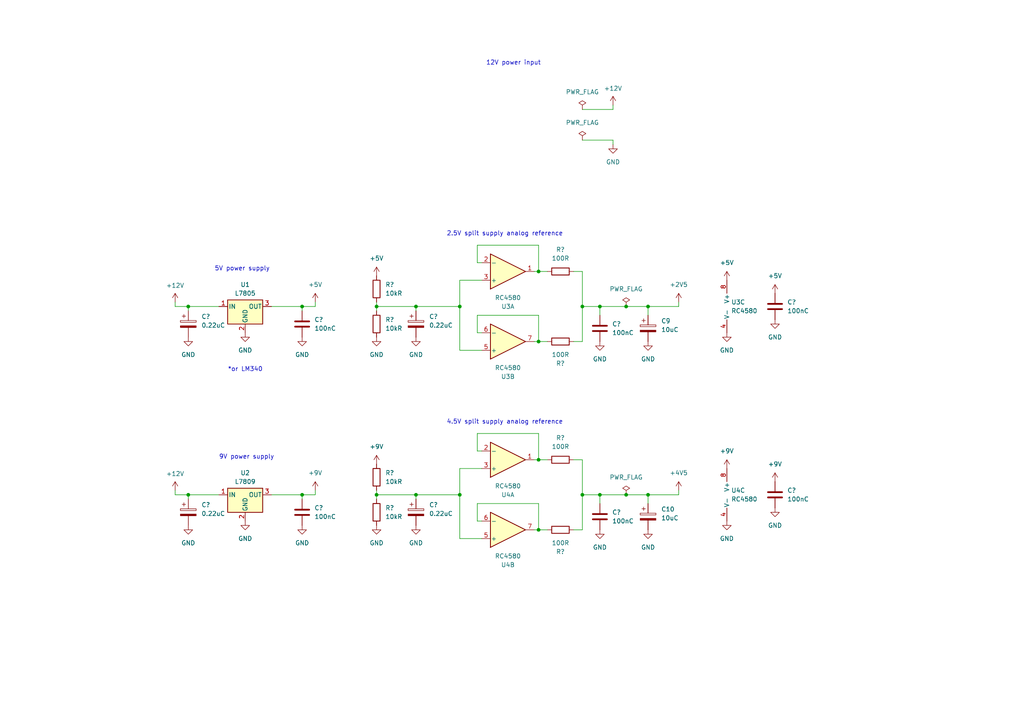
<source format=kicad_sch>
(kicad_sch (version 20230121) (generator eeschema)
  (paper "A4")
  (lib_symbols
    (symbol "Amplifier_Operational:NE5532" (pin_names (offset 0.127))
      (property "Reference" "U" (at 0 5.08 0))
      (property "Value" "NE5532" (at 0 -5.08 0))
      (symbol "NE5532_1_1"
        (polyline (pts (xy -5.08 5.08) (xy 5.08 0) (xy -5.08 -5.08) (xy -5.08 5.08)) (stroke (width 0.254)) (fill (type background)))
        (pin output line (at 7.62 0 180) (length 2.54) (name "~") (number "1"))
        (pin input line (at -7.62 -2.54 0) (length 2.54) (name "-") (number "2"))
        (pin input line (at -7.62 2.54 0) (length 2.54) (name "+") (number "3"))
      )
      (symbol "NE5532_2_1"
        (polyline (pts (xy -5.08 5.08) (xy 5.08 0) (xy -5.08 -5.08) (xy -5.08 5.08)) (stroke (width 0.254)) (fill (type background)))
        (pin input line (at -7.62 2.54 0) (length 2.54) (name "+") (number "5"))
        (pin input line (at -7.62 -2.54 0) (length 2.54) (name "-") (number "6"))
        (pin output line (at 7.62 0 180) (length 2.54) (name "~") (number "7"))
      )
      (symbol "NE5532_3_1"
        (pin power_in line (at -2.54 -7.62 90) (length 3.81) (name "V-") (number "4"))
        (pin power_in line (at -2.54 7.62 270) (length 3.81) (name "V+") (number "8"))
      )
    )
    (symbol "Device:C" (pin_numbers hide) (pin_names (offset 0.254))
      (property "Reference" "C" (at 0.635 2.54 0))
      (property "Value" "C" (at 0.635 -2.54 0))
      (symbol "C_0_1"
        (polyline (pts (xy -2.032 -0.762) (xy 2.032 -0.762)) (stroke (width 0.508)))
        (polyline (pts (xy -2.032 0.762) (xy 2.032 0.762)) (stroke (width 0.508)))
      )
      (symbol "C_1_1"
        (pin passive line (at 0 3.81 270) (length 2.794) (name "~") (number "1"))
        (pin passive line (at 0 -3.81 90) (length 2.794) (name "~") (number "2"))
      )
    )
    (symbol "Device:C_Polarized" (pin_numbers hide) (pin_names (offset 0.254))
      (property "Reference" "C" (at 0.635 2.54 0))
      (property "Value" "C_Polarized" (at 0.635 -2.54 0))
      (symbol "C_Polarized_0_1"
        (rectangle (start -2.286 0.508) (end 2.286 1.016))
        (polyline (pts (xy -1.778 2.286) (xy -0.762 2.286)))
        (polyline (pts (xy -1.27 2.794) (xy -1.27 1.778)))
        (rectangle (start 2.286 -0.508) (end -2.286 -1.016) (fill (type outline)))
      )
      (symbol "C_Polarized_1_1"
        (pin passive line (at 0 3.81 270) (length 2.794) (name "~") (number "1"))
        (pin passive line (at 0 -3.81 90) (length 2.794) (name "~") (number "2"))
      )
    )
    (symbol "Device:R" (pin_numbers hide) (pin_names (offset 0))
      (property "Reference" "R" (at 2.032 0 90))
      (property "Value" "R" (at 0 0 90))
      (symbol "R_0_1"
        (rectangle (start -1.016 -2.54) (end 1.016 2.54) (stroke (width 0.254)))
      )
      (symbol "R_1_1"
        (pin passive line (at 0 3.81 270) (length 1.27) (name "~") (number "1"))
        (pin passive line (at 0 -3.81 90) (length 1.27) (name "~") (number "2"))
      )
    )
    (symbol "Regulator_Linear:L7805" (pin_names (offset 0.254))
      (property "Reference" "U" (at -3.81 3.175 0))
      (property "Value" "L7805" (at 0 3.175 0))
      (symbol "L7805_0_1"
        (rectangle (start -5.08 1.905) (end 5.08 -5.08) (stroke (width 0.254)) (fill (type background)))
      )
      (symbol "L7805_1_1"
        (pin power_in line (at -7.62 0 0) (length 2.54) (name "IN") (number "1"))
        (pin power_in line (at 0 -7.62 90) (length 2.54) (name "GND") (number "2"))
        (pin power_out line (at 7.62 0 180) (length 2.54) (name "OUT") (number "3"))
      )
    )
    (symbol "Regulator_Linear:L7809" (pin_names (offset 0.254))
      (property "Reference" "U" (at -3.81 3.175 0))
      (property "Value" "L7809" (at 0 3.175 0))
      (symbol "L7809_0_1"
        (rectangle (start -5.08 1.905) (end 5.08 -5.08) (stroke (width 0.254)) (fill (type background)))
      )
      (symbol "L7809_1_1"
        (pin power_in line (at -7.62 0 0) (length 2.54) (name "IN") (number "1"))
        (pin power_in line (at 0 -7.62 90) (length 2.54) (name "GND") (number "2"))
        (pin power_out line (at 7.62 0 180) (length 2.54) (name "OUT") (number "3"))
      )
    )
    (symbol "power:+12V" (power) (pin_names (offset 0))
      (property "Value" "+12V" (at 0 3.556 0))
      (symbol "+12V_0_1"
        (polyline (pts (xy -0.762 1.27) (xy 0 2.54)))
        (polyline (pts (xy 0 0) (xy 0 2.54)))
        (polyline (pts (xy 0 2.54) (xy 0.762 1.27)))
      )
      (symbol "+12V_1_1"
        (pin power_in line (at 0 0 90) (length 0) hide (name "+12V") (number "1"))
      )
    )
    (symbol "power:+2V5" (power) (pin_names (offset 0))
      (property "Value" "+2V5" (at 0 3.556 0))
      (symbol "+2V5_0_1"
        (polyline (pts (xy -0.762 1.27) (xy 0 2.54)))
        (polyline (pts (xy 0 0) (xy 0 2.54)))
        (polyline (pts (xy 0 2.54) (xy 0.762 1.27)))
      )
      (symbol "+2V5_1_1"
        (pin power_in line (at 0 0 90) (length 0) hide (name "+2V5") (number "1"))
      )
    )
    (symbol "power:+5V" (power) (pin_names (offset 0))
      (property "Value" "+5V" (at 0 3.556 0))
      (symbol "+5V_0_1"
        (polyline (pts (xy -0.762 1.27) (xy 0 2.54)))
        (polyline (pts (xy 0 0) (xy 0 2.54)))
        (polyline (pts (xy 0 2.54) (xy 0.762 1.27)))
      )
      (symbol "+5V_1_1"
        (pin power_in line (at 0 0 90) (length 0) hide (name "+5V") (number "1"))
      )
    )
    (symbol "power:+9V" (power) (pin_names (offset 0))
      (property "Value" "+9V" (at 0 3.556 0))
      (symbol "+9V_0_1"
        (polyline (pts (xy -0.762 1.27) (xy 0 2.54)))
        (polyline (pts (xy 0 0) (xy 0 2.54)))
        (polyline (pts (xy 0 2.54) (xy 0.762 1.27)))
      )
      (symbol "+9V_1_1"
        (pin power_in line (at 0 0 90) (length 0) hide (name "+9V") (number "1"))
      )
    )
    (symbol "power:GND" (power) (pin_names (offset 0))
      (property "Value" "GND" (at 0 -3.81 0))
      (symbol "GND_0_1"
        (polyline (pts (xy 0 0) (xy 0 -1.27) (xy 1.27 -1.27) (xy 0 -2.54) (xy -1.27 -1.27) (xy 0 -1.27)))
      )
      (symbol "GND_1_1"
        (pin power_in line (at 0 0 270) (length 0) hide (name "GND") (number "1"))
      )
    )
    (symbol "power:PWR_FLAG" (power) (pin_numbers hide) (pin_names (offset 0) hide)
      (property "Value" "PWR_FLAG" (at 0 3.81 0))
      (symbol "PWR_FLAG_0_0"
        (pin power_out line (at 0 0 90) (length 0) (name "pwr") (number "1"))
      )
      (symbol "PWR_FLAG_0_1"
        (polyline (pts (xy 0 0) (xy 0 1.27) (xy -1.016 1.905) (xy 0 2.54) (xy 1.016 1.905) (xy 0 1.27)))
      )
    )
    (symbol "power_custom:+4V5" (power) (pin_names (offset 0))
      (property "Value" "+4V5" (at 0 3.556 0))
      (symbol "+4V5_0_1"
        (polyline (pts (xy -0.762 1.27) (xy 0 2.54)))
        (polyline (pts (xy 0 0) (xy 0 2.54)))
        (polyline (pts (xy 0 2.54) (xy 0.762 1.27)))
      )
      (symbol "+4V5_1_1"
        (pin power_in line (at 0 0 90) (length 0) hide (name "+4V5") (number "1"))
      )
    )
  )
  (junction (at 156.21 99.06))
  (junction (at 156.21 133.35))
  (junction (at 133.35 143.51))
  (junction (at 173.99 88.9))
  (junction (at 187.96 88.9))
  (junction (at 109.22 88.9))
  (junction (at 87.63 143.51))
  (junction (at 156.21 153.67))
  (junction (at 120.65 88.9))
  (junction (at 54.61 88.9))
  (junction (at 168.91 143.51))
  (junction (at 168.91 88.9))
  (junction (at 87.63 88.9))
  (junction (at 181.61 143.51))
  (junction (at 54.61 143.51))
  (junction (at 133.35 88.9))
  (junction (at 173.99 143.51))
  (junction (at 109.22 143.51))
  (junction (at 156.21 78.74))
  (junction (at 187.96 143.51))
  (junction (at 181.61 88.9))
  (junction (at 120.65 143.51))
  (wire (pts (xy 166.37 133.35) (xy 168.91 133.35)))
  (wire (pts (xy 173.99 146.05) (xy 173.99 143.51)))
  (wire (pts (xy 168.91 153.67) (xy 166.37 153.67)))
  (wire (pts (xy 156.21 133.35) (xy 158.75 133.35)))
  (wire (pts (xy 138.43 71.12) (xy 156.21 71.12)))
  (wire (pts (xy 133.35 88.9) (xy 133.35 81.28)))
  (wire (pts (xy 196.85 87.63) (xy 196.85 88.9)))
  (wire (pts (xy 109.22 143.51) (xy 120.65 143.51)))
  (wire (pts (xy 168.91 88.9) (xy 173.99 88.9)))
  (wire (pts (xy 173.99 88.9) (xy 181.61 88.9)))
  (wire (pts (xy 50.8 143.51) (xy 54.61 143.51)))
  (wire (pts (xy 139.7 156.21) (xy 133.35 156.21)))
  (wire (pts (xy 139.7 96.52) (xy 138.43 96.52)))
  (wire (pts (xy 138.43 125.73) (xy 156.21 125.73)))
  (wire (pts (xy 78.74 88.9) (xy 87.63 88.9)))
  (wire (pts (xy 177.8 40.64) (xy 168.91 40.64)))
  (wire (pts (xy 54.61 143.51) (xy 54.61 144.78)))
  (wire (pts (xy 154.94 99.06) (xy 156.21 99.06)))
  (wire (pts (xy 133.35 135.89) (xy 139.7 135.89)))
  (wire (pts (xy 139.7 101.6) (xy 133.35 101.6)))
  (wire (pts (xy 181.61 143.51) (xy 187.96 143.51)))
  (wire (pts (xy 139.7 130.81) (xy 138.43 130.81)))
  (wire (pts (xy 156.21 153.67) (xy 158.75 153.67)))
  (wire (pts (xy 168.91 133.35) (xy 168.91 143.51)))
  (wire (pts (xy 109.22 144.78) (xy 109.22 143.51)))
  (wire (pts (xy 138.43 76.2) (xy 138.43 71.12)))
  (wire (pts (xy 138.43 91.44) (xy 156.21 91.44)))
  (wire (pts (xy 156.21 146.05) (xy 156.21 153.67)))
  (wire (pts (xy 168.91 143.51) (xy 168.91 153.67)))
  (wire (pts (xy 187.96 146.05) (xy 187.96 143.51)))
  (wire (pts (xy 133.35 143.51) (xy 133.35 135.89)))
  (wire (pts (xy 177.8 41.91) (xy 177.8 40.64)))
  (wire (pts (xy 168.91 78.74) (xy 168.91 88.9)))
  (wire (pts (xy 156.21 78.74) (xy 154.94 78.74)))
  (wire (pts (xy 187.96 91.44) (xy 187.96 88.9)))
  (wire (pts (xy 156.21 91.44) (xy 156.21 99.06)))
  (wire (pts (xy 54.61 88.9) (xy 63.5 88.9)))
  (wire (pts (xy 50.8 88.9) (xy 54.61 88.9)))
  (wire (pts (xy 187.96 88.9) (xy 196.85 88.9)))
  (wire (pts (xy 54.61 143.51) (xy 63.5 143.51)))
  (wire (pts (xy 50.8 142.24) (xy 50.8 143.51)))
  (wire (pts (xy 120.65 88.9) (xy 133.35 88.9)))
  (wire (pts (xy 120.65 144.78) (xy 120.65 143.51)))
  (wire (pts (xy 87.63 143.51) (xy 87.63 144.78)))
  (wire (pts (xy 91.44 142.24) (xy 91.44 143.51)))
  (wire (pts (xy 173.99 91.44) (xy 173.99 88.9)))
  (wire (pts (xy 168.91 143.51) (xy 173.99 143.51)))
  (wire (pts (xy 177.8 30.48) (xy 177.8 31.75)))
  (wire (pts (xy 54.61 88.9) (xy 54.61 90.17)))
  (wire (pts (xy 156.21 133.35) (xy 154.94 133.35)))
  (wire (pts (xy 138.43 146.05) (xy 156.21 146.05)))
  (wire (pts (xy 156.21 99.06) (xy 158.75 99.06)))
  (wire (pts (xy 50.8 87.63) (xy 50.8 88.9)))
  (wire (pts (xy 109.22 88.9) (xy 120.65 88.9)))
  (wire (pts (xy 91.44 87.63) (xy 91.44 88.9)))
  (wire (pts (xy 156.21 71.12) (xy 156.21 78.74)))
  (wire (pts (xy 133.35 88.9) (xy 133.35 101.6)))
  (wire (pts (xy 168.91 88.9) (xy 168.91 99.06)))
  (wire (pts (xy 91.44 88.9) (xy 87.63 88.9)))
  (wire (pts (xy 166.37 78.74) (xy 168.91 78.74)))
  (wire (pts (xy 133.35 143.51) (xy 133.35 156.21)))
  (wire (pts (xy 120.65 143.51) (xy 133.35 143.51)))
  (wire (pts (xy 139.7 151.13) (xy 138.43 151.13)))
  (wire (pts (xy 139.7 76.2) (xy 138.43 76.2)))
  (wire (pts (xy 78.74 143.51) (xy 87.63 143.51)))
  (wire (pts (xy 109.22 87.63) (xy 109.22 88.9)))
  (wire (pts (xy 91.44 143.51) (xy 87.63 143.51)))
  (wire (pts (xy 109.22 142.24) (xy 109.22 143.51)))
  (wire (pts (xy 168.91 31.75) (xy 177.8 31.75)))
  (wire (pts (xy 187.96 143.51) (xy 196.85 143.51)))
  (wire (pts (xy 87.63 88.9) (xy 87.63 90.17)))
  (wire (pts (xy 181.61 88.9) (xy 187.96 88.9)))
  (wire (pts (xy 196.85 143.51) (xy 196.85 142.24)))
  (wire (pts (xy 120.65 90.17) (xy 120.65 88.9)))
  (wire (pts (xy 156.21 125.73) (xy 156.21 133.35)))
  (wire (pts (xy 138.43 96.52) (xy 138.43 91.44)))
  (wire (pts (xy 138.43 151.13) (xy 138.43 146.05)))
  (wire (pts (xy 173.99 143.51) (xy 181.61 143.51)))
  (wire (pts (xy 133.35 81.28) (xy 139.7 81.28)))
  (wire (pts (xy 154.94 153.67) (xy 156.21 153.67)))
  (wire (pts (xy 138.43 130.81) (xy 138.43 125.73)))
  (wire (pts (xy 109.22 90.17) (xy 109.22 88.9)))
  (wire (pts (xy 156.21 78.74) (xy 158.75 78.74)))
  (wire (pts (xy 168.91 99.06) (xy 166.37 99.06)))
  (text "*or LM340" (at 66.04 107.95 0) (effects (font (size 1.27 1.27)) (justify left bottom)))
  (text "9V power supply" (at 63.5 133.35 0) (effects (font (size 1.27 1.27)) (justify left bottom)))
  (text "12V power input" (at 140.97 19.05 0) (effects (font (size 1.27 1.27)) (justify left bottom)))
  (text "5V power supply" (at 62.23 78.74 0) (effects (font (size 1.27 1.27)) (justify left bottom)))
  (text "2.5V split supply analog reference" (at 129.54 68.58 0) (effects (font (size 1.27 1.27)) (justify left bottom)))
  (text "4.5V split supply analog reference" (at 129.54 123.19 0) (effects (font (size 1.27 1.27)) (justify left bottom)))
  (symbol (lib_id "Amplifier_Operational:NE5532") (at 147.32 153.67 0) (mirror x) (unit 2)
    (property "Reference" "U4" (at 147.32 163.83 0))
    (property "Value" "RC4580" (at 147.32 161.29 0))
    (property "Footprint" "Package_SO:SOIC-8_3.9x4.9mm_P1.27mm" (effects hide))
    (property "Datasheet" "https://datasheet.lcsc.com/lcsc/2304140030_Texas-Instruments-RC4580IDR_C80100.pdf" (effects hide))
    (property "MPN" "RC4580IDR" (effects hide))
    (property "Status" "OK" (effects hide))
  )
  (symbol (lib_id "power:PWR_FLAG") (at 181.61 88.9 0) (unit 1)
    (property "Reference" "#FLG03" (effects hide))
    (property "Value" "PWR_FLAG" (at 181.61 83.82 0))
  )
  (symbol (lib_id "power:+12V") (at 50.8 87.63 0) (unit 1)
    (property "Reference" "#PWR083" (effects hide))
    (property "Value" "+12V" (at 50.8 82.804 0))
  )
  (symbol (lib_id "power:PWR_FLAG") (at 168.91 40.64 0) (unit 1)
    (property "Reference" "#FLG02" (effects hide))
    (property "Value" "PWR_FLAG" (at 168.91 35.56 0))
  )
  (symbol (lib_id "Device:C") (at 87.63 148.59 0) (unit 1)
    (property "Reference" "C?" (at 91.186 147.32 0) (effects (justify left)))
    (property "Value" "100nC" (at 91.186 149.86 0) (effects (justify left)))
    (property "Footprint" "Capacitor_SMD:C_0603_1608Metric" (effects hide))
    (instances (project "SCART_switcher_input" (path "" (reference "C?") (unit 1)) (path "" (reference "C?") (unit 1)) (path "" (reference "C?") (unit 1)) (path "" (reference "C4") (unit 1))))
  )
  (symbol (lib_id "power:+5V") (at 91.44 87.63 0) (unit 1)
    (property "Reference" "#PWR?" (effects hide))
    (property "Value" "+5V" (at 91.44 82.55 0))
    (instances (project "SCART_switcher_input" (path "" (reference "#PWR?") (unit 1)) (path "" (reference "#PWR?") (unit 1)) (path "" (reference "#PWR?") (unit 1)) (path "" (reference "#PWR091") (unit 1))))
  )
  (symbol (lib_id "power:+12V") (at 50.8 142.24 0) (unit 1)
    (property "Reference" "#PWR084" (effects hide))
    (property "Value" "+12V" (at 50.8 137.414 0))
  )
  (symbol (lib_id "Amplifier_Operational:NE5532") (at 147.32 78.74 0) (mirror x) (unit 1)
    (property "Reference" "U3" (at 147.32 88.9 0))
    (property "Value" "RC4580" (at 147.32 86.36 0))
    (property "Footprint" "Package_SO:SOIC-8_3.9x4.9mm_P1.27mm" (effects hide))
    (property "Datasheet" "https://datasheet.lcsc.com/lcsc/2304140030_Texas-Instruments-RC4580IDR_C80100.pdf" (effects hide))
    (property "MPN" "RC4580IDR" (effects hide))
    (property "Status" "OK" (effects hide))
  )
  (symbol (lib_id "power:GND") (at 210.82 96.52 0) (unit 1)
    (property "Reference" "#PWR?" (effects hide))
    (property "Value" "GND" (at 210.82 101.6 0))
    (instances (project "SCART_switcher_input" (path "" (reference "#PWR?") (unit 1)) (path "" (reference "#PWR?") (unit 1)) (path "" (reference "#PWR?") (unit 1)) (path "" (reference "#PWR0108") (unit 1))))
  )
  (symbol (lib_id "power:GND") (at 120.65 152.4 0) (unit 1)
    (property "Reference" "#PWR?" (effects hide))
    (property "Value" "GND" (at 120.65 157.48 0))
    (instances (project "SCART_switcher_input" (path "" (reference "#PWR?") (unit 1)) (path "" (reference "#PWR?") (unit 1)) (path "" (reference "#PWR?") (unit 1)) (path "" (reference "#PWR098") (unit 1))))
  )
  (symbol (lib_id "Device:R") (at 109.22 148.59 0) (unit 1)
    (property "Reference" "R?" (at 111.76 147.32 0) (effects (justify left)))
    (property "Value" "10kR" (at 111.76 149.86 0) (effects (justify left)))
    (property "Footprint" "Resistor_SMD:R_0805_2012Metric" (effects hide))
    (property "Datasheet" "https://datasheet.lcsc.com/lcsc/1810201611_YAGEO-RC0805FR-0710KL_C84376.pdf" (effects hide))
    (property "MPN" "RC0805FR-0710KL" (effects hide))
    (instances (project "SCART_switcher_input" (path "" (reference "R?") (unit 1)) (path "" (reference "R?") (unit 1)) (path "" (reference "R?") (unit 1)) (path "" (reference "R?") (unit 1)) (path "" (reference "R?") (unit 1)) (path "" (reference "R?") (unit 1)) (path "" (reference "R55") (unit 1))))
  )
  (symbol (lib_id "power:GND") (at 109.22 152.4 0) (unit 1)
    (property "Reference" "#PWR?" (effects hide))
    (property "Value" "GND" (at 109.22 157.48 0))
    (instances (project "SCART_switcher_input" (path "" (reference "#PWR?") (unit 1)) (path "" (reference "#PWR?") (unit 1)) (path "" (reference "#PWR?") (unit 1)) (path "" (reference "#PWR096") (unit 1))))
  )
  (symbol (lib_id "power:GND") (at 54.61 152.4 0) (unit 1)
    (property "Reference" "#PWR?" (effects hide))
    (property "Value" "GND" (at 54.61 157.48 0))
    (instances (project "SCART_switcher_input" (path "" (reference "#PWR?") (unit 1)) (path "" (reference "#PWR?") (unit 1)) (path "" (reference "#PWR?") (unit 1)) (path "" (reference "#PWR086") (unit 1))))
  )
  (symbol (lib_id "power:GND") (at 54.61 97.79 0) (unit 1)
    (property "Reference" "#PWR?" (effects hide))
    (property "Value" "GND" (at 54.61 102.87 0))
    (instances (project "SCART_switcher_input" (path "" (reference "#PWR?") (unit 1)) (path "" (reference "#PWR?") (unit 1)) (path "" (reference "#PWR?") (unit 1)) (path "" (reference "#PWR085") (unit 1))))
  )
  (symbol (lib_id "Device:R") (at 162.56 153.67 90) (mirror x) (unit 1)
    (property "Reference" "R?" (at 162.56 160.02 90))
    (property "Value" "100R" (at 162.56 157.48 90))
    (property "Footprint" "Resistor_SMD:R_0805_2012Metric" (effects hide))
    (instances (project "SCART_switcher_input" (path "" (reference "R?") (unit 1)) (path "" (reference "R?") (unit 1)) (path "" (reference "R?") (unit 1)) (path "" (reference "R?") (unit 1)) (path "" (reference "R?") (unit 1)) (path "" (reference "R?") (unit 1)) (path "" (reference "R59") (unit 1))))
  )
  (symbol (lib_id "power:PWR_FLAG") (at 181.61 143.51 0) (unit 1)
    (property "Reference" "#FLG04" (effects hide))
    (property "Value" "PWR_FLAG" (at 181.61 138.43 0))
  )
  (symbol (lib_id "Device:C") (at 87.63 93.98 0) (unit 1)
    (property "Reference" "C?" (at 91.186 92.71 0) (effects (justify left)))
    (property "Value" "100nC" (at 91.186 95.25 0) (effects (justify left)))
    (property "Footprint" "Capacitor_SMD:C_0603_1608Metric" (effects hide))
    (instances (project "SCART_switcher_input" (path "" (reference "C?") (unit 1)) (path "" (reference "C?") (unit 1)) (path "" (reference "C?") (unit 1)) (path "" (reference "C3") (unit 1))))
  )
  (symbol (lib_id "power:GND") (at 187.96 99.06 0) (unit 1)
    (property "Reference" "#PWR?" (effects hide))
    (property "Value" "GND" (at 187.96 104.14 0))
    (instances (project "SCART_switcher_input" (path "" (reference "#PWR?") (unit 1)) (path "" (reference "#PWR?") (unit 1)) (path "" (reference "#PWR?") (unit 1)) (path "" (reference "#PWR0103") (unit 1))))
  )
  (symbol (lib_id "power:GND") (at 120.65 97.79 0) (unit 1)
    (property "Reference" "#PWR?" (effects hide))
    (property "Value" "GND" (at 120.65 102.87 0))
    (instances (project "SCART_switcher_input" (path "" (reference "#PWR?") (unit 1)) (path "" (reference "#PWR?") (unit 1)) (path "" (reference "#PWR?") (unit 1)) (path "" (reference "#PWR097") (unit 1))))
  )
  (symbol (lib_id "power:+9V") (at 109.22 134.62 0) (unit 1)
    (property "Reference" "#PWR095" (effects hide))
    (property "Value" "+9V" (at 109.22 129.54 0))
  )
  (symbol (lib_id "Device:R") (at 109.22 83.82 0) (unit 1)
    (property "Reference" "R?" (at 111.76 82.55 0) (effects (justify left)))
    (property "Value" "10kR" (at 111.76 85.09 0) (effects (justify left)))
    (property "Footprint" "Resistor_SMD:R_0805_2012Metric" (effects hide))
    (property "Datasheet" "https://datasheet.lcsc.com/lcsc/1810201611_YAGEO-RC0805FR-0710KL_C84376.pdf" (effects hide))
    (property "MPN" "RC0805FR-0710KL" (effects hide))
    (instances (project "SCART_switcher_input" (path "" (reference "R?") (unit 1)) (path "" (reference "R?") (unit 1)) (path "" (reference "R?") (unit 1)) (path "" (reference "R?") (unit 1)) (path "" (reference "R?") (unit 1)) (path "" (reference "R?") (unit 1)) (path "" (reference "R52") (unit 1))))
  )
  (symbol (lib_id "power:+5V") (at 224.79 85.09 0) (unit 1)
    (property "Reference" "#PWR?" (effects hide))
    (property "Value" "+5V" (at 224.79 80.01 0))
    (instances (project "SCART_switcher_input" (path "" (reference "#PWR?") (unit 1)) (path "" (reference "#PWR?") (unit 1)) (path "" (reference "#PWR?") (unit 1)) (path "" (reference "#PWR0111") (unit 1))))
  )
  (symbol (lib_id "Amplifier_Operational:NE5532") (at 213.36 88.9 0) (unit 3)
    (property "Reference" "U3" (at 212.09 87.63 0) (effects (justify left)))
    (property "Value" "RC4580" (at 212.09 90.17 0) (effects (justify left)))
    (property "Footprint" "Package_SO:SOIC-8_3.9x4.9mm_P1.27mm" (effects hide))
    (property "Datasheet" "https://datasheet.lcsc.com/lcsc/2304140030_Texas-Instruments-RC4580IDR_C80100.pdf" (effects hide))
    (property "MPN" "RC4580IDR" (effects hide))
    (property "Status" "OK" (effects hide))
  )
  (symbol (lib_id "Device:C_Polarized") (at 54.61 93.98 0) (unit 1)
    (property "Reference" "C?" (at 58.42 91.8209 0) (effects (justify left)))
    (property "Value" "0.22uC" (at 58.42 94.3609 0) (effects (justify left)))
    (property "Footprint" "Capacitor_Tantalum_SMD:CP_EIA-3216-18_Kemet-A_Pad1.58x1.35mm_HandSolder" (effects hide))
    (property "Datasheet" "https://datasheet.lcsc.com/lcsc/1811071215_AVX-TAJA334K035RNJ_C8014.pdf" (effects hide))
    (property "MPN" "TAJA334K035RNJ" (effects hide))
    (instances (project "PowerDeliveryBoard" (path "" (reference "C?") (unit 1))) (project "SCART_switcher_input" (path "" (reference "C1") (unit 1))))
  )
  (symbol (lib_id "Device:C") (at 224.79 143.51 0) (unit 1)
    (property "Reference" "C?" (at 228.346 142.24 0) (effects (justify left)))
    (property "Value" "100nC" (at 228.346 144.78 0) (effects (justify left)))
    (property "Footprint" "Capacitor_SMD:C_0603_1608Metric" (effects hide))
    (instances (project "SCART_switcher_input" (path "" (reference "C?") (unit 1)) (path "" (reference "C?") (unit 1)) (path "" (reference "C?") (unit 1)) (path "" (reference "C12") (unit 1))))
  )
  (symbol (lib_id "power_custom:+4V5") (at 196.85 142.24 0) (unit 1)
    (property "Reference" "#PWR0106" (effects hide))
    (property "Value" "+4V5" (at 196.85 137.16 0))
  )
  (symbol (lib_id "power:+9V") (at 91.44 142.24 0) (unit 1)
    (property "Reference" "#PWR092" (effects hide))
    (property "Value" "+9V" (at 91.44 137.16 0))
  )
  (symbol (lib_id "power:GND") (at 87.63 97.79 0) (unit 1)
    (property "Reference" "#PWR?" (effects hide))
    (property "Value" "GND" (at 87.63 102.87 0))
    (instances (project "SCART_switcher_input" (path "" (reference "#PWR?") (unit 1)) (path "" (reference "#PWR?") (unit 1)) (path "" (reference "#PWR?") (unit 1)) (path "" (reference "#PWR089") (unit 1))))
  )
  (symbol (lib_id "power:+5V") (at 210.82 81.28 0) (unit 1)
    (property "Reference" "#PWR?" (effects hide))
    (property "Value" "+5V" (at 210.82 76.2 0))
    (instances (project "SCART_switcher_input" (path "" (reference "#PWR?") (unit 1)) (path "" (reference "#PWR?") (unit 1)) (path "" (reference "#PWR?") (unit 1)) (path "" (reference "#PWR0107") (unit 1))))
  )
  (symbol (lib_id "power:GND") (at 187.96 153.67 0) (unit 1)
    (property "Reference" "#PWR?" (effects hide))
    (property "Value" "GND" (at 187.96 158.75 0))
    (instances (project "SCART_switcher_input" (path "" (reference "#PWR?") (unit 1)) (path "" (reference "#PWR?") (unit 1)) (path "" (reference "#PWR?") (unit 1)) (path "" (reference "#PWR0104") (unit 1))))
  )
  (symbol (lib_id "power:+5V") (at 109.22 80.01 0) (unit 1)
    (property "Reference" "#PWR?" (effects hide))
    (property "Value" "+5V" (at 109.22 74.93 0))
    (instances (project "SCART_switcher_input" (path "" (reference "#PWR?") (unit 1)) (path "" (reference "#PWR?") (unit 1)) (path "" (reference "#PWR?") (unit 1)) (path "" (reference "#PWR093") (unit 1))))
  )
  (symbol (lib_id "power:GND") (at 71.12 151.13 0) (unit 1)
    (property "Reference" "#PWR?" (effects hide))
    (property "Value" "GND" (at 71.12 156.21 0))
    (instances (project "SCART_switcher_input" (path "" (reference "#PWR?") (unit 1)) (path "" (reference "#PWR?") (unit 1)) (path "" (reference "#PWR?") (unit 1)) (path "" (reference "#PWR088") (unit 1))))
  )
  (symbol (lib_id "Amplifier_Operational:NE5532") (at 147.32 133.35 0) (mirror x) (unit 1)
    (property "Reference" "U4" (at 147.32 143.51 0))
    (property "Value" "RC4580" (at 147.32 140.97 0))
    (property "Footprint" "Package_SO:SOIC-8_3.9x4.9mm_P1.27mm" (effects hide))
    (property "Datasheet" "https://datasheet.lcsc.com/lcsc/2304140030_Texas-Instruments-RC4580IDR_C80100.pdf" (effects hide))
    (property "MPN" "RC4580IDR" (effects hide))
    (property "Status" "OK" (effects hide))
  )
  (symbol (lib_id "power:PWR_FLAG") (at 168.91 31.75 0) (unit 1)
    (property "Reference" "#FLG01" (effects hide))
    (property "Value" "PWR_FLAG" (at 168.91 26.67 0))
  )
  (symbol (lib_id "Device:R") (at 162.56 133.35 90) (unit 1)
    (property "Reference" "R?" (at 162.56 127 90))
    (property "Value" "100R" (at 162.56 129.54 90))
    (property "Footprint" "Resistor_SMD:R_0805_2012Metric" (effects hide))
    (instances (project "SCART_switcher_input" (path "" (reference "R?") (unit 1)) (path "" (reference "R?") (unit 1)) (path "" (reference "R?") (unit 1)) (path "" (reference "R?") (unit 1)) (path "" (reference "R?") (unit 1)) (path "" (reference "R?") (unit 1)) (path "" (reference "R58") (unit 1))))
  )
  (symbol (lib_id "power:GND") (at 173.99 153.67 0) (unit 1)
    (property "Reference" "#PWR?" (effects hide))
    (property "Value" "GND" (at 173.99 158.75 0))
    (instances (project "SCART_switcher_input" (path "" (reference "#PWR?") (unit 1)) (path "" (reference "#PWR?") (unit 1)) (path "" (reference "#PWR?") (unit 1)) (path "" (reference "#PWR0100") (unit 1))))
  )
  (symbol (lib_id "Device:C_Polarized") (at 187.96 149.86 0) (unit 1)
    (property "Reference" "C10" (at 191.77 147.701 0) (effects (justify left)))
    (property "Value" "10uC" (at 191.77 150.241 0) (effects (justify left)))
    (property "Footprint" "Capacitor_SMD:CP_Elec_6.3x5.4" (effects hide))
    (property "Datasheet" "https://datasheet.lcsc.com/lcsc/2304140030_Nichicon-UWX1H100MCL1GB_C134237.pdf" (effects hide))
    (property "MPN" "UWX1H100MCL1GB" (effects hide))
    (property "Status" "OK" (effects hide))
  )
  (symbol (lib_id "power:GND") (at 173.99 99.06 0) (unit 1)
    (property "Reference" "#PWR?" (effects hide))
    (property "Value" "GND" (at 173.99 104.14 0))
    (instances (project "SCART_switcher_input" (path "" (reference "#PWR?") (unit 1)) (path "" (reference "#PWR?") (unit 1)) (path "" (reference "#PWR?") (unit 1)) (path "" (reference "#PWR099") (unit 1))))
  )
  (symbol (lib_id "power:+9V") (at 210.82 135.89 0) (unit 1)
    (property "Reference" "#PWR0109" (effects hide))
    (property "Value" "+9V" (at 210.82 130.81 0))
  )
  (symbol (lib_id "Device:R") (at 109.22 93.98 0) (unit 1)
    (property "Reference" "R?" (at 111.76 92.71 0) (effects (justify left)))
    (property "Value" "10kR" (at 111.76 95.25 0) (effects (justify left)))
    (property "Footprint" "Resistor_SMD:R_0805_2012Metric" (effects hide))
    (property "Datasheet" "https://datasheet.lcsc.com/lcsc/1810201611_YAGEO-RC0805FR-0710KL_C84376.pdf" (effects hide))
    (property "MPN" "RC0805FR-0710KL" (effects hide))
    (instances (project "SCART_switcher_input" (path "" (reference "R?") (unit 1)) (path "" (reference "R?") (unit 1)) (path "" (reference "R?") (unit 1)) (path "" (reference "R?") (unit 1)) (path "" (reference "R?") (unit 1)) (path "" (reference "R?") (unit 1)) (path "" (reference "R53") (unit 1))))
  )
  (symbol (lib_id "power:GND") (at 177.8 41.91 0) (unit 1)
    (property "Reference" "#PWR?" (effects hide))
    (property "Value" "GND" (at 177.8 46.99 0))
    (instances (project "SCART_switcher_input" (path "" (reference "#PWR?") (unit 1)) (path "" (reference "#PWR?") (unit 1)) (path "" (reference "#PWR?") (unit 1)) (path "" (reference "#PWR0102") (unit 1))))
  )
  (symbol (lib_id "Device:C") (at 173.99 149.86 0) (unit 1)
    (property "Reference" "C?" (at 177.546 148.59 0) (effects (justify left)))
    (property "Value" "100nC" (at 177.546 151.13 0) (effects (justify left)))
    (property "Footprint" "Capacitor_SMD:C_0603_1608Metric" (effects hide))
    (instances (project "SCART_switcher_input" (path "" (reference "C?") (unit 1)) (path "" (reference "C?") (unit 1)) (path "" (reference "C?") (unit 1)) (path "" (reference "C8") (unit 1))))
  )
  (symbol (lib_id "Amplifier_Operational:NE5532") (at 147.32 99.06 0) (mirror x) (unit 2)
    (property "Reference" "U3" (at 147.32 109.22 0))
    (property "Value" "RC4580" (at 147.32 106.68 0))
    (property "Footprint" "Package_SO:SOIC-8_3.9x4.9mm_P1.27mm" (effects hide))
    (property "Datasheet" "https://datasheet.lcsc.com/lcsc/2304140030_Texas-Instruments-RC4580IDR_C80100.pdf" (effects hide))
    (property "MPN" "RC4580IDR" (effects hide))
    (property "Status" "OK" (effects hide))
  )
  (symbol (lib_id "power:GND") (at 224.79 147.32 0) (unit 1)
    (property "Reference" "#PWR?" (effects hide))
    (property "Value" "GND" (at 224.79 152.4 0))
    (instances (project "SCART_switcher_input" (path "" (reference "#PWR?") (unit 1)) (path "" (reference "#PWR?") (unit 1)) (path "" (reference "#PWR?") (unit 1)) (path "" (reference "#PWR0114") (unit 1))))
  )
  (symbol (lib_id "Device:C_Polarized") (at 187.96 95.25 0) (unit 1)
    (property "Reference" "C9" (at 191.77 93.091 0) (effects (justify left)))
    (property "Value" "10uC" (at 191.77 95.631 0) (effects (justify left)))
    (property "Footprint" "Capacitor_SMD:CP_Elec_6.3x5.4" (effects hide))
    (property "Datasheet" "https://datasheet.lcsc.com/lcsc/2304140030_Nichicon-UWX1H100MCL1GB_C134237.pdf" (effects hide))
    (property "MPN" "UWX1H100MCL1GB" (effects hide))
    (property "Status" "OK" (effects hide))
  )
  (symbol (lib_id "Device:R") (at 162.56 78.74 90) (unit 1)
    (property "Reference" "R?" (at 162.56 72.39 90))
    (property "Value" "100R" (at 162.56 74.93 90))
    (property "Footprint" "Resistor_SMD:R_0805_2012Metric" (effects hide))
    (instances (project "SCART_switcher_input" (path "" (reference "R?") (unit 1)) (path "" (reference "R?") (unit 1)) (path "" (reference "R?") (unit 1)) (path "" (reference "R?") (unit 1)) (path "" (reference "R?") (unit 1)) (path "" (reference "R?") (unit 1)) (path "" (reference "R56") (unit 1))))
  )
  (symbol (lib_id "power:GND") (at 109.22 97.79 0) (unit 1)
    (property "Reference" "#PWR?" (effects hide))
    (property "Value" "GND" (at 109.22 102.87 0))
    (instances (project "SCART_switcher_input" (path "" (reference "#PWR?") (unit 1)) (path "" (reference "#PWR?") (unit 1)) (path "" (reference "#PWR?") (unit 1)) (path "" (reference "#PWR094") (unit 1))))
  )
  (symbol (lib_id "Device:R") (at 162.56 99.06 90) (mirror x) (unit 1)
    (property "Reference" "R?" (at 162.56 105.41 90))
    (property "Value" "100R" (at 162.56 102.87 90))
    (property "Footprint" "Resistor_SMD:R_0805_2012Metric" (effects hide))
    (instances (project "SCART_switcher_input" (path "" (reference "R?") (unit 1)) (path "" (reference "R?") (unit 1)) (path "" (reference "R?") (unit 1)) (path "" (reference "R?") (unit 1)) (path "" (reference "R?") (unit 1)) (path "" (reference "R?") (unit 1)) (path "" (reference "R57") (unit 1))))
  )
  (symbol (lib_id "Device:C_Polarized") (at 120.65 93.98 0) (unit 1)
    (property "Reference" "C?" (at 124.46 91.8209 0) (effects (justify left)))
    (property "Value" "0.22uC" (at 124.46 94.3609 0) (effects (justify left)))
    (property "Footprint" "Capacitor_Tantalum_SMD:CP_EIA-3216-18_Kemet-A_Pad1.58x1.35mm_HandSolder" (effects hide))
    (property "Datasheet" "https://datasheet.lcsc.com/lcsc/1811071215_AVX-TAJA334K035RNJ_C8014.pdf" (effects hide))
    (property "MPN" "TAJA334K035RNJ" (effects hide))
    (instances (project "PowerDeliveryBoard" (path "" (reference "C?") (unit 1))) (project "SCART_switcher_input" (path "" (reference "C5") (unit 1))))
  )
  (symbol (lib_id "Regulator_Linear:L7805") (at 71.12 88.9 0) (unit 1)
    (property "Reference" "U1" (at 71.12 82.55 0))
    (property "Value" "L7805" (at 71.12 85.09 0))
    (property "Footprint" "Package_TO_SOT_SMD:SOT-89-3" (effects hide))
    (property "Datasheet" "http://www.st.com/content/ccc/resource/technical/document/datasheet/41/4f/b3/b0/12/d4/47/88/CD00000444.pdf/files/CD00000444.pdf/jcr:content/translations/en.CD00000444.pdf" (effects hide))
  )
  (symbol (lib_id "Device:C_Polarized") (at 120.65 148.59 0) (unit 1)
    (property "Reference" "C?" (at 124.46 146.4309 0) (effects (justify left)))
    (property "Value" "0.22uC" (at 124.46 148.9709 0) (effects (justify left)))
    (property "Footprint" "Capacitor_Tantalum_SMD:CP_EIA-3216-18_Kemet-A_Pad1.58x1.35mm_HandSolder" (effects hide))
    (property "Datasheet" "https://datasheet.lcsc.com/lcsc/1811071215_AVX-TAJA334K035RNJ_C8014.pdf" (effects hide))
    (property "MPN" "TAJA334K035RNJ" (effects hide))
    (instances (project "PowerDeliveryBoard" (path "" (reference "C?") (unit 1))) (project "SCART_switcher_input" (path "" (reference "C6") (unit 1))))
  )
  (symbol (lib_id "Device:R") (at 109.22 138.43 0) (unit 1)
    (property "Reference" "R?" (at 111.76 137.16 0) (effects (justify left)))
    (property "Value" "10kR" (at 111.76 139.7 0) (effects (justify left)))
    (property "Footprint" "Resistor_SMD:R_0805_2012Metric" (effects hide))
    (property "Datasheet" "https://datasheet.lcsc.com/lcsc/1810201611_YAGEO-RC0805FR-0710KL_C84376.pdf" (effects hide))
    (property "MPN" "RC0805FR-0710KL" (effects hide))
    (instances (project "SCART_switcher_input" (path "" (reference "R?") (unit 1)) (path "" (reference "R?") (unit 1)) (path "" (reference "R?") (unit 1)) (path "" (reference "R?") (unit 1)) (path "" (reference "R?") (unit 1)) (path "" (reference "R?") (unit 1)) (path "" (reference "R54") (unit 1))))
  )
  (symbol (lib_id "power:GND") (at 210.82 151.13 0) (unit 1)
    (property "Reference" "#PWR?" (effects hide))
    (property "Value" "GND" (at 210.82 156.21 0))
    (instances (project "SCART_switcher_input" (path "" (reference "#PWR?") (unit 1)) (path "" (reference "#PWR?") (unit 1)) (path "" (reference "#PWR?") (unit 1)) (path "" (reference "#PWR0110") (unit 1))))
  )
  (symbol (lib_id "power:GND") (at 71.12 96.52 0) (unit 1)
    (property "Reference" "#PWR?" (effects hide))
    (property "Value" "GND" (at 71.12 101.6 0))
    (instances (project "SCART_switcher_input" (path "" (reference "#PWR?") (unit 1)) (path "" (reference "#PWR?") (unit 1)) (path "" (reference "#PWR?") (unit 1)) (path "" (reference "#PWR087") (unit 1))))
  )
  (symbol (lib_id "power:+12V") (at 177.8 30.48 0) (unit 1)
    (property "Reference" "#PWR0101" (effects hide))
    (property "Value" "+12V" (at 177.8 25.654 0))
  )
  (symbol (lib_id "Device:C") (at 224.79 88.9 0) (unit 1)
    (property "Reference" "C?" (at 228.346 87.63 0) (effects (justify left)))
    (property "Value" "100nC" (at 228.346 90.17 0) (effects (justify left)))
    (property "Footprint" "Capacitor_SMD:C_0603_1608Metric" (effects hide))
    (instances (project "SCART_switcher_input" (path "" (reference "C?") (unit 1)) (path "" (reference "C?") (unit 1)) (path "" (reference "C?") (unit 1)) (path "" (reference "C11") (unit 1))))
  )
  (symbol (lib_id "power:GND") (at 224.79 92.71 0) (unit 1)
    (property "Reference" "#PWR?" (effects hide))
    (property "Value" "GND" (at 224.79 97.79 0))
    (instances (project "SCART_switcher_input" (path "" (reference "#PWR?") (unit 1)) (path "" (reference "#PWR?") (unit 1)) (path "" (reference "#PWR?") (unit 1)) (path "" (reference "#PWR0112") (unit 1))))
  )
  (symbol (lib_id "Device:C_Polarized") (at 54.61 148.59 0) (unit 1)
    (property "Reference" "C?" (at 58.42 146.4309 0) (effects (justify left)))
    (property "Value" "0.22uC" (at 58.42 148.9709 0) (effects (justify left)))
    (property "Footprint" "Capacitor_Tantalum_SMD:CP_EIA-3216-18_Kemet-A_Pad1.58x1.35mm_HandSolder" (effects hide))
    (property "Datasheet" "https://datasheet.lcsc.com/lcsc/1811071215_AVX-TAJA334K035RNJ_C8014.pdf" (effects hide))
    (property "MPN" "TAJA334K035RNJ" (effects hide))
    (instances (project "PowerDeliveryBoard" (path "" (reference "C?") (unit 1))) (project "SCART_switcher_input" (path "" (reference "C2") (unit 1))))
  )
  (symbol (lib_id "power:+9V") (at 224.79 139.7 0) (unit 1)
    (property "Reference" "#PWR0113" (effects hide))
    (property "Value" "+9V" (at 224.79 134.62 0))
  )
  (symbol (lib_id "Amplifier_Operational:NE5532") (at 213.36 143.51 0) (unit 3)
    (property "Reference" "U4" (at 212.09 142.24 0) (effects (justify left)))
    (property "Value" "RC4580" (at 212.09 144.78 0) (effects (justify left)))
    (property "Footprint" "Package_SO:SOIC-8_3.9x4.9mm_P1.27mm" (effects hide))
    (property "Datasheet" "https://datasheet.lcsc.com/lcsc/2304140030_Texas-Instruments-RC4580IDR_C80100.pdf" (effects hide))
    (property "MPN" "RC4580IDR" (effects hide))
    (property "Status" "OK" (effects hide))
  )
  (symbol (lib_id "power:GND") (at 87.63 152.4 0) (unit 1)
    (property "Reference" "#PWR?" (effects hide))
    (property "Value" "GND" (at 87.63 157.48 0))
    (instances (project "SCART_switcher_input" (path "" (reference "#PWR?") (unit 1)) (path "" (reference "#PWR?") (unit 1)) (path "" (reference "#PWR?") (unit 1)) (path "" (reference "#PWR090") (unit 1))))
  )
  (symbol (lib_id "Device:C") (at 173.99 95.25 0) (unit 1)
    (property "Reference" "C?" (at 177.546 93.98 0) (effects (justify left)))
    (property "Value" "100nC" (at 177.546 96.52 0) (effects (justify left)))
    (property "Footprint" "Capacitor_SMD:C_0603_1608Metric" (effects hide))
    (instances (project "SCART_switcher_input" (path "" (reference "C?") (unit 1)) (path "" (reference "C?") (unit 1)) (path "" (reference "C?") (unit 1)) (path "" (reference "C7") (unit 1))))
  )
  (symbol (lib_id "power:+2V5") (at 196.85 87.63 0) (unit 1)
    (property "Reference" "#PWR0105" (effects hide))
    (property "Value" "+2V5" (at 196.85 82.55 0))
  )
  (symbol (lib_id "Regulator_Linear:L7809") (at 71.12 143.51 0) (unit 1)
    (property "Reference" "U2" (at 71.12 137.16 0))
    (property "Value" "L7809" (at 71.12 139.7 0))
    (property "Footprint" "Package_TO_SOT_SMD:SOT-89-3" (effects hide))
    (property "Datasheet" "http://www.st.com/content/ccc/resource/technical/document/datasheet/41/4f/b3/b0/12/d4/47/88/CD00000444.pdf/files/CD00000444.pdf/jcr:content/translations/en.CD00000444.pdf" (effects hide))
  )
)
</source>
